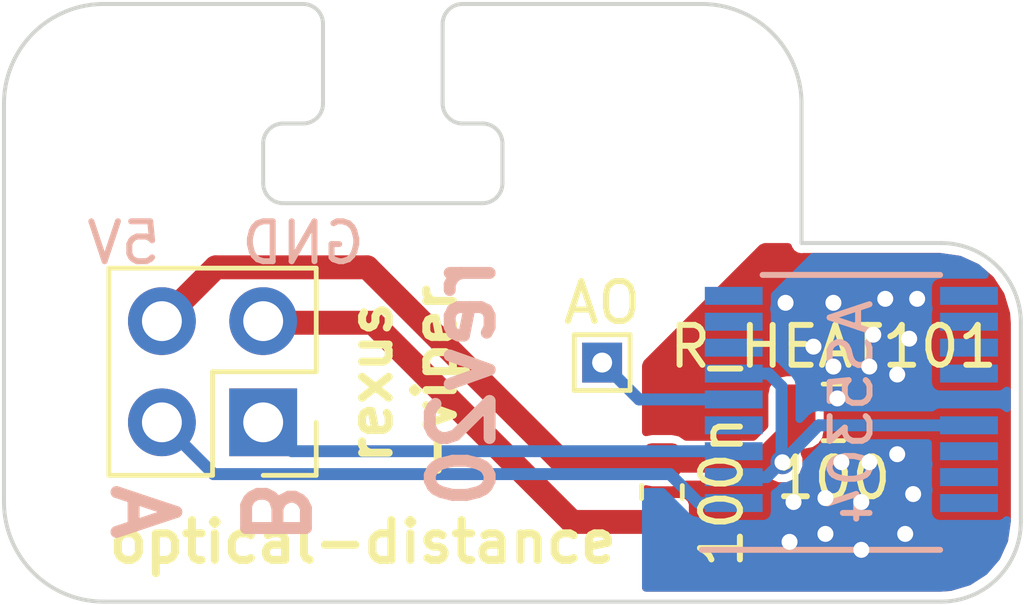
<source format=kicad_pcb>
(kicad_pcb (version 20171130) (host pcbnew 5.0.0-4.fc29)

  (general
    (thickness 1.6)
    (drawings 71)
    (tracks 60)
    (zones 0)
    (modules 7)
    (nets 17)
  )

  (page User 140.005 119.99)
  (title_block
    (title "Optical position sensor")
    (date 2018-12-12)
    (rev rev20)
    (company VIPER)
  )

  (layers
    (0 F.Cu signal)
    (31 B.Cu signal)
    (32 B.Adhes user)
    (33 F.Adhes user)
    (34 B.Paste user)
    (35 F.Paste user)
    (36 B.SilkS user)
    (37 F.SilkS user)
    (38 B.Mask user)
    (39 F.Mask user)
    (40 Dwgs.User user)
    (41 Cmts.User user)
    (42 Eco1.User user)
    (43 Eco2.User user)
    (44 Edge.Cuts user)
    (45 Margin user)
    (46 B.CrtYd user)
    (47 F.CrtYd user)
    (48 B.Fab user hide)
    (49 F.Fab user hide)
  )

  (setup
    (last_trace_width 0.3)
    (user_trace_width 0.3)
    (trace_clearance 0.2)
    (zone_clearance 0.2)
    (zone_45_only no)
    (trace_min 0.2)
    (segment_width 0.2)
    (edge_width 0.1)
    (via_size 0.6)
    (via_drill 0.4)
    (via_min_size 0.4)
    (via_min_drill 0.3)
    (uvia_size 0.3)
    (uvia_drill 0.1)
    (uvias_allowed no)
    (uvia_min_size 0.2)
    (uvia_min_drill 0.1)
    (pcb_text_width 0.3)
    (pcb_text_size 1.5 1.5)
    (mod_edge_width 0.15)
    (mod_text_size 1 1)
    (mod_text_width 0.15)
    (pad_size 2.2 3.4)
    (pad_drill 2.2)
    (pad_to_mask_clearance 0)
    (aux_axis_origin 0 0)
    (visible_elements 7FFFFF7F)
    (pcbplotparams
      (layerselection 0x010f0_80000001)
      (usegerberextensions true)
      (usegerberattributes false)
      (usegerberadvancedattributes false)
      (creategerberjobfile false)
      (excludeedgelayer true)
      (linewidth 0.100000)
      (plotframeref false)
      (viasonmask false)
      (mode 1)
      (useauxorigin false)
      (hpglpennumber 1)
      (hpglpenspeed 20)
      (hpglpendiameter 15.000000)
      (psnegative false)
      (psa4output false)
      (plotreference true)
      (plotvalue true)
      (plotinvisibletext false)
      (padsonsilk false)
      (subtractmaskfromsilk false)
      (outputformat 1)
      (mirror false)
      (drillshape 0)
      (scaleselection 1)
      (outputdirectory "gerber/"))
  )

  (net 0 "")
  (net 1 /A)
  (net 2 /B)
  (net 3 /AO)
  (net 4 +5V)
  (net 5 GND)
  (net 6 "Net-(U101-Pad5)")
  (net 7 "Net-(U101-Pad8)")
  (net 8 "Net-(U101-Pad9)")
  (net 9 "Net-(U101-Pad10)")
  (net 10 "Net-(U101-Pad11)")
  (net 11 "Net-(U101-Pad12)")
  (net 12 "Net-(U101-Pad13)")
  (net 13 "Net-(U101-Pad14)")
  (net 14 "Net-(U101-Pad17)")
  (net 15 "Net-(U101-Pad18)")
  (net 16 "Net-(U101-Pad19)")

  (net_class Default "This is the default net class."
    (clearance 0.2)
    (trace_width 0.6)
    (via_dia 0.6)
    (via_drill 0.4)
    (uvia_dia 0.3)
    (uvia_drill 0.1)
    (add_net +5V)
    (add_net /A)
    (add_net /AO)
    (add_net /B)
    (add_net GND)
    (add_net "Net-(U101-Pad10)")
    (add_net "Net-(U101-Pad11)")
    (add_net "Net-(U101-Pad12)")
    (add_net "Net-(U101-Pad13)")
    (add_net "Net-(U101-Pad14)")
    (add_net "Net-(U101-Pad17)")
    (add_net "Net-(U101-Pad18)")
    (add_net "Net-(U101-Pad19)")
    (add_net "Net-(U101-Pad5)")
    (add_net "Net-(U101-Pad8)")
    (add_net "Net-(U101-Pad9)")
  )

  (module Capacitor_SMD:C_0603_1608Metric (layer F.Cu) (tedit 5C393A5B) (tstamp 5C45CDA1)
    (at 101.5 46.25 270)
    (descr "Capacitor SMD 0603 (1608 Metric), square (rectangular) end terminal, IPC_7351 nominal, (Body size source: http://www.tortai-tech.com/upload/download/2011102023233369053.pdf), generated with kicad-footprint-generator")
    (tags capacitor)
    (path /5C396BE2)
    (attr smd)
    (fp_text reference C101 (at 0 -1.43 270) (layer F.SilkS) hide
      (effects (font (size 1 1) (thickness 0.15)))
    )
    (fp_text value 100n (at 0 -1.5 270) (layer F.SilkS)
      (effects (font (size 1 1) (thickness 0.15)))
    )
    (fp_line (start -0.8 0.4) (end -0.8 -0.4) (layer F.Fab) (width 0.1))
    (fp_line (start -0.8 -0.4) (end 0.8 -0.4) (layer F.Fab) (width 0.1))
    (fp_line (start 0.8 -0.4) (end 0.8 0.4) (layer F.Fab) (width 0.1))
    (fp_line (start 0.8 0.4) (end -0.8 0.4) (layer F.Fab) (width 0.1))
    (fp_line (start -0.162779 -0.51) (end 0.162779 -0.51) (layer F.SilkS) (width 0.12))
    (fp_line (start -0.162779 0.51) (end 0.162779 0.51) (layer F.SilkS) (width 0.12))
    (fp_line (start -1.48 0.73) (end -1.48 -0.73) (layer F.CrtYd) (width 0.05))
    (fp_line (start -1.48 -0.73) (end 1.48 -0.73) (layer F.CrtYd) (width 0.05))
    (fp_line (start 1.48 -0.73) (end 1.48 0.73) (layer F.CrtYd) (width 0.05))
    (fp_line (start 1.48 0.73) (end -1.48 0.73) (layer F.CrtYd) (width 0.05))
    (fp_text user %R (at 0 0 270) (layer F.Fab)
      (effects (font (size 0.4 0.4) (thickness 0.06)))
    )
    (pad 1 smd roundrect (at -0.7875 0 270) (size 0.875 0.95) (layers F.Cu F.Paste F.Mask) (roundrect_rratio 0.25)
      (net 4 +5V))
    (pad 2 smd roundrect (at 0.7875 0 270) (size 0.875 0.95) (layers F.Cu F.Paste F.Mask) (roundrect_rratio 0.25)
      (net 5 GND))
    (model ${KISYS3DMOD}/Capacitor_SMD.3dshapes/C_0603_1608Metric.wrl
      (at (xyz 0 0 0))
      (scale (xyz 1 1 1))
      (rotate (xyz 0 0 0))
    )
  )

  (module Connector_PinHeader_2.54mm:PinHeader_2x02_P2.54mm_Vertical (layer F.Cu) (tedit 5C3939C1) (tstamp 5C45CB0D)
    (at 91.5 44.5 180)
    (descr "Through hole straight pin header, 2x02, 2.54mm pitch, double rows")
    (tags "Through hole pin header THT 2x02 2.54mm double row")
    (path /5C394EE6)
    (fp_text reference J101 (at 1.27 -2.33 180) (layer F.SilkS) hide
      (effects (font (size 1 1) (thickness 0.15)))
    )
    (fp_text value Cable (at 1.27 4.87 180) (layer F.Fab)
      (effects (font (size 1 1) (thickness 0.15)))
    )
    (fp_line (start 0 -1.27) (end 3.81 -1.27) (layer F.Fab) (width 0.1))
    (fp_line (start 3.81 -1.27) (end 3.81 3.81) (layer F.Fab) (width 0.1))
    (fp_line (start 3.81 3.81) (end -1.27 3.81) (layer F.Fab) (width 0.1))
    (fp_line (start -1.27 3.81) (end -1.27 0) (layer F.Fab) (width 0.1))
    (fp_line (start -1.27 0) (end 0 -1.27) (layer F.Fab) (width 0.1))
    (fp_line (start -1.33 3.87) (end 3.87 3.87) (layer F.SilkS) (width 0.12))
    (fp_line (start -1.33 1.27) (end -1.33 3.87) (layer F.SilkS) (width 0.12))
    (fp_line (start 3.87 -1.33) (end 3.87 3.87) (layer F.SilkS) (width 0.12))
    (fp_line (start -1.33 1.27) (end 1.27 1.27) (layer F.SilkS) (width 0.12))
    (fp_line (start 1.27 1.27) (end 1.27 -1.33) (layer F.SilkS) (width 0.12))
    (fp_line (start 1.27 -1.33) (end 3.87 -1.33) (layer F.SilkS) (width 0.12))
    (fp_line (start -1.33 0) (end -1.33 -1.33) (layer F.SilkS) (width 0.12))
    (fp_line (start -1.33 -1.33) (end 0 -1.33) (layer F.SilkS) (width 0.12))
    (fp_line (start -1.8 -1.8) (end -1.8 4.35) (layer F.CrtYd) (width 0.05))
    (fp_line (start -1.8 4.35) (end 4.35 4.35) (layer F.CrtYd) (width 0.05))
    (fp_line (start 4.35 4.35) (end 4.35 -1.8) (layer F.CrtYd) (width 0.05))
    (fp_line (start 4.35 -1.8) (end -1.8 -1.8) (layer F.CrtYd) (width 0.05))
    (fp_text user %R (at 1.27 1.27 270) (layer F.Fab)
      (effects (font (size 1 1) (thickness 0.15)))
    )
    (pad 1 thru_hole rect (at 0 0 180) (size 1.7 1.7) (drill 1) (layers *.Cu *.Mask)
      (net 2 /B))
    (pad 2 thru_hole oval (at 2.54 0 180) (size 1.7 1.7) (drill 1) (layers *.Cu *.Mask)
      (net 1 /A))
    (pad 3 thru_hole oval (at 0 2.54 180) (size 1.7 1.7) (drill 1) (layers *.Cu *.Mask)
      (net 5 GND))
    (pad 4 thru_hole oval (at 2.54 2.54 180) (size 1.7 1.7) (drill 1) (layers *.Cu *.Mask)
      (net 4 +5V))
    (model ${KISYS3DMOD}/Connector_PinHeader_2.54mm.3dshapes/PinHeader_2x02_P2.54mm_Vertical.wrl
      (at (xyz 0 0 0))
      (scale (xyz 1 1 1))
      (rotate (xyz 0 0 0))
    )
  )

  (module MountingHole:MountingHole_2.2mm_M2 (layer F.Cu) (tedit 5C3939CA) (tstamp 5C45CAED)
    (at 99.5 37)
    (descr "Mounting Hole 2.2mm, no annular, M2")
    (tags "mounting hole 2.2mm no annular m2")
    (path /5C39724E)
    (attr virtual)
    (fp_text reference H102 (at 0 -3.2) (layer F.SilkS) hide
      (effects (font (size 1 1) (thickness 0.15)))
    )
    (fp_text value M2 (at 0 3.2) (layer F.Fab)
      (effects (font (size 1 1) (thickness 0.15)))
    )
    (fp_circle (center 0 0) (end 2.45 0) (layer F.CrtYd) (width 0.05))
    (fp_circle (center 0 0) (end 2.2 0) (layer Cmts.User) (width 0.15))
    (fp_text user %R (at 0.3 0) (layer F.Fab)
      (effects (font (size 1 1) (thickness 0.15)))
    )
    (pad 1 np_thru_hole circle (at 0 0) (size 2.2 2.2) (drill 2.2) (layers *.Cu *.Mask))
  )

  (module MountingHole:MountingHole_2.2mm_M2 (layer F.Cu) (tedit 5C3939C6) (tstamp 5C45CAE6)
    (at 89.5 37)
    (descr "Mounting Hole 2.2mm, no annular, M2")
    (tags "mounting hole 2.2mm no annular m2")
    (path /5C397208)
    (attr virtual)
    (fp_text reference H101 (at 0 -3.2) (layer F.SilkS) hide
      (effects (font (size 1 1) (thickness 0.15)))
    )
    (fp_text value M2 (at 0 3.2) (layer F.Fab)
      (effects (font (size 1 1) (thickness 0.15)))
    )
    (fp_text user %R (at 0.3 0) (layer F.Fab)
      (effects (font (size 1 1) (thickness 0.15)))
    )
    (fp_circle (center 0 0) (end 2.2 0) (layer Cmts.User) (width 0.15))
    (fp_circle (center 0 0) (end 2.45 0) (layer F.CrtYd) (width 0.05))
    (pad 1 np_thru_hole circle (at 0 0) (size 2.2 2.2) (drill 2.2) (layers *.Cu *.Mask))
  )

  (module Package_SO:TSSOP-20_4.4x6.5mm_P0.65mm (layer B.Cu) (tedit 5C393BF7) (tstamp 5C3B709B)
    (at 106.25 44.25)
    (descr "20-Lead Plastic Thin Shrink Small Outline (ST)-4.4 mm Body [TSSOP] (see Microchip Packaging Specification 00000049BS.pdf)")
    (tags "SSOP 0.65")
    (path /5C396EFE)
    (zone_connect 2)
    (attr smd)
    (fp_text reference U101 (at 0 4.3) (layer B.SilkS) hide
      (effects (font (size 1 1) (thickness 0.15)) (justify mirror))
    )
    (fp_text value AS5304 (at 0 0 90) (layer B.SilkS)
      (effects (font (size 1 1) (thickness 0.15)) (justify mirror))
    )
    (fp_line (start -1.2 3.25) (end 2.2 3.25) (layer B.Fab) (width 0.15))
    (fp_line (start 2.2 3.25) (end 2.2 -3.25) (layer B.Fab) (width 0.15))
    (fp_line (start 2.2 -3.25) (end -2.2 -3.25) (layer B.Fab) (width 0.15))
    (fp_line (start -2.2 -3.25) (end -2.2 2.25) (layer B.Fab) (width 0.15))
    (fp_line (start -2.2 2.25) (end -1.2 3.25) (layer B.Fab) (width 0.15))
    (fp_line (start -3.95 3.55) (end -3.95 -3.55) (layer B.CrtYd) (width 0.05))
    (fp_line (start 3.95 3.55) (end 3.95 -3.55) (layer B.CrtYd) (width 0.05))
    (fp_line (start -3.95 3.55) (end 3.95 3.55) (layer B.CrtYd) (width 0.05))
    (fp_line (start -3.95 -3.55) (end 3.95 -3.55) (layer B.CrtYd) (width 0.05))
    (fp_line (start -2.225 -3.45) (end 2.225 -3.45) (layer B.SilkS) (width 0.15))
    (fp_line (start -3.75 3.45) (end 2.225 3.45) (layer B.SilkS) (width 0.15))
    (fp_text user %R (at 0 0) (layer B.Fab) hide
      (effects (font (size 0.8 0.8) (thickness 0.15)) (justify mirror))
    )
    (pad 1 smd rect (at -2.95 2.925) (size 1.45 0.45) (layers B.Cu B.Paste B.Mask)
      (net 5 GND) (zone_connect 2))
    (pad 2 smd rect (at -2.95 2.275) (size 1.45 0.45) (layers B.Cu B.Paste B.Mask)
      (net 1 /A) (zone_connect 2))
    (pad 3 smd rect (at -2.95 1.625) (size 1.45 0.45) (layers B.Cu B.Paste B.Mask)
      (net 4 +5V) (zone_connect 2))
    (pad 4 smd rect (at -2.95 0.975) (size 1.45 0.45) (layers B.Cu B.Paste B.Mask)
      (net 2 /B) (zone_connect 2))
    (pad 5 smd rect (at -2.95 0.325) (size 1.45 0.45) (layers B.Cu B.Paste B.Mask)
      (net 6 "Net-(U101-Pad5)") (zone_connect 2))
    (pad 6 smd rect (at -2.95 -0.325) (size 1.45 0.45) (layers B.Cu B.Paste B.Mask)
      (net 3 /AO) (zone_connect 2))
    (pad 7 smd rect (at -2.95 -0.975) (size 1.45 0.45) (layers B.Cu B.Paste B.Mask)
      (net 4 +5V) (zone_connect 2))
    (pad 8 smd rect (at -2.95 -1.625) (size 1.45 0.45) (layers B.Cu B.Paste B.Mask)
      (net 7 "Net-(U101-Pad8)") (zone_connect 2))
    (pad 9 smd rect (at -2.95 -2.275) (size 1.45 0.45) (layers B.Cu B.Paste B.Mask)
      (net 8 "Net-(U101-Pad9)") (zone_connect 2))
    (pad 10 smd rect (at -2.95 -2.925) (size 1.45 0.45) (layers B.Cu B.Paste B.Mask)
      (net 9 "Net-(U101-Pad10)") (zone_connect 2))
    (pad 11 smd rect (at 2.95 -2.925) (size 1.45 0.45) (layers B.Cu B.Paste B.Mask)
      (net 10 "Net-(U101-Pad11)") (zone_connect 2))
    (pad 12 smd rect (at 2.95 -2.275) (size 1.45 0.45) (layers B.Cu B.Paste B.Mask)
      (net 11 "Net-(U101-Pad12)") (zone_connect 2))
    (pad 13 smd rect (at 2.95 -1.625) (size 1.45 0.45) (layers B.Cu B.Paste B.Mask)
      (net 12 "Net-(U101-Pad13)") (zone_connect 2))
    (pad 14 smd rect (at 2.95 -0.975) (size 1.45 0.45) (layers B.Cu B.Paste B.Mask)
      (net 13 "Net-(U101-Pad14)") (zone_connect 2))
    (pad 15 smd rect (at 2.95 -0.325) (size 1.45 0.45) (layers B.Cu B.Paste B.Mask)
      (net 5 GND) (zone_connect 2))
    (pad 16 smd rect (at 2.95 0.325) (size 1.45 0.45) (layers B.Cu B.Paste B.Mask)
      (net 4 +5V) (zone_connect 2))
    (pad 17 smd rect (at 2.95 0.975) (size 1.45 0.45) (layers B.Cu B.Paste B.Mask)
      (net 14 "Net-(U101-Pad17)") (zone_connect 2))
    (pad 18 smd rect (at 2.95 1.625) (size 1.45 0.45) (layers B.Cu B.Paste B.Mask)
      (net 15 "Net-(U101-Pad18)") (zone_connect 2))
    (pad 19 smd rect (at 2.95 2.275) (size 1.45 0.45) (layers B.Cu B.Paste B.Mask)
      (net 16 "Net-(U101-Pad19)") (zone_connect 2))
    (pad 20 smd rect (at 2.95 2.925) (size 1.45 0.45) (layers B.Cu B.Paste B.Mask)
      (net 5 GND) (zone_connect 2))
    (model ${KISYS3DMOD}/Package_SO.3dshapes/TSSOP-20_4.4x6.5mm_P0.65mm.wrl
      (at (xyz 0 0 0))
      (scale (xyz 1 1 1))
      (rotate (xyz 0 0 0))
    )
  )

  (module Resistor_SMD:R_0805_2012Metric (layer F.Cu) (tedit 5C393A6E) (tstamp 5C45CAC1)
    (at 105.8 44.25)
    (descr "Resistor SMD 0805 (2012 Metric), square (rectangular) end terminal, IPC_7351 nominal, (Body size source: https://docs.google.com/spreadsheets/d/1BsfQQcO9C6DZCsRaXUlFlo91Tg2WpOkGARC1WS5S8t0/edit?usp=sharing), generated with kicad-footprint-generator")
    (tags resistor)
    (path /5C395FC8)
    (zone_connect 2)
    (attr smd)
    (fp_text reference R_HEAT101 (at 0 -1.65) (layer F.SilkS)
      (effects (font (size 1 1) (thickness 0.15)))
    )
    (fp_text value 100 (at 0 1.65) (layer F.SilkS)
      (effects (font (size 1 1) (thickness 0.15)))
    )
    (fp_line (start -1 0.6) (end -1 -0.6) (layer F.Fab) (width 0.1))
    (fp_line (start -1 -0.6) (end 1 -0.6) (layer F.Fab) (width 0.1))
    (fp_line (start 1 -0.6) (end 1 0.6) (layer F.Fab) (width 0.1))
    (fp_line (start 1 0.6) (end -1 0.6) (layer F.Fab) (width 0.1))
    (fp_line (start -0.258578 -0.71) (end 0.258578 -0.71) (layer F.SilkS) (width 0.12))
    (fp_line (start -0.258578 0.71) (end 0.258578 0.71) (layer F.SilkS) (width 0.12))
    (fp_line (start -1.68 0.95) (end -1.68 -0.95) (layer F.CrtYd) (width 0.05))
    (fp_line (start -1.68 -0.95) (end 1.68 -0.95) (layer F.CrtYd) (width 0.05))
    (fp_line (start 1.68 -0.95) (end 1.68 0.95) (layer F.CrtYd) (width 0.05))
    (fp_line (start 1.68 0.95) (end -1.68 0.95) (layer F.CrtYd) (width 0.05))
    (fp_text user %R (at 0 0) (layer F.Fab)
      (effects (font (size 0.5 0.5) (thickness 0.08)))
    )
    (pad 1 smd roundrect (at -0.9375 0) (size 0.975 1.4) (layers F.Cu F.Paste F.Mask) (roundrect_rratio 0.25)
      (net 4 +5V) (zone_connect 2))
    (pad 2 smd roundrect (at 0.9375 0) (size 0.975 1.4) (layers F.Cu F.Paste F.Mask) (roundrect_rratio 0.25)
      (net 5 GND) (zone_connect 2))
    (model ${KISYS3DMOD}/Resistor_SMD.3dshapes/R_0805_2012Metric.wrl
      (at (xyz 0 0 0))
      (scale (xyz 1 1 1))
      (rotate (xyz 0 0 0))
    )
  )

  (module TestPoint:TestPoint_THTPad_1.0x1.0mm_Drill0.5mm (layer F.Cu) (tedit 5C393A66) (tstamp 5C45CAB0)
    (at 100 43)
    (descr "THT rectangular pad as test Point, square 1.0mm side length, hole diameter 0.5mm")
    (tags "test point THT pad rectangle square")
    (path /5C396CDC)
    (attr virtual)
    (fp_text reference TP101 (at 0 -1.448) (layer F.SilkS) hide
      (effects (font (size 1 1) (thickness 0.15)))
    )
    (fp_text value AO (at 0 -1.5) (layer F.SilkS)
      (effects (font (size 1 1) (thickness 0.15)))
    )
    (fp_text user %R (at 0 -1.45) (layer F.Fab)
      (effects (font (size 1 1) (thickness 0.15)))
    )
    (fp_line (start -0.7 -0.7) (end 0.7 -0.7) (layer F.SilkS) (width 0.12))
    (fp_line (start 0.7 -0.7) (end 0.7 0.7) (layer F.SilkS) (width 0.12))
    (fp_line (start 0.7 0.7) (end -0.7 0.7) (layer F.SilkS) (width 0.12))
    (fp_line (start -0.7 0.7) (end -0.7 -0.7) (layer F.SilkS) (width 0.12))
    (fp_line (start -1 -1) (end 1 -1) (layer F.CrtYd) (width 0.05))
    (fp_line (start -1 -1) (end -1 1) (layer F.CrtYd) (width 0.05))
    (fp_line (start 1 1) (end 1 -1) (layer F.CrtYd) (width 0.05))
    (fp_line (start 1 1) (end -1 1) (layer F.CrtYd) (width 0.05))
    (pad 1 thru_hole rect (at 0 0) (size 1 1) (drill 0.5) (layers *.Cu *.Mask)
      (net 3 /AO))
  )

  (gr_line (start 108.5 40) (end 105 40) (layer Cmts.User) (width 0.2))
  (gr_line (start 105 40) (end 105 36.5) (layer Cmts.User) (width 0.2))
  (gr_line (start 110.5 47) (end 110.5 42) (layer Cmts.User) (width 0.2))
  (gr_arc (start 108.5 42) (end 110.5 42) (angle -90) (layer Cmts.User) (width 0.2))
  (gr_circle (center 99.5 37) (end 100.6 37) (layer Cmts.User) (width 0.2))
  (gr_circle (center 89.5 37) (end 90.6 37) (layer Cmts.User) (width 0.2))
  (gr_line (start 107.32 47.5) (end 107.32 41) (layer Cmts.User) (width 0.2))
  (gr_line (start 109.5 47.5) (end 107.32 47.5) (layer Cmts.User) (width 0.2))
  (gr_line (start 109.5 41) (end 109.5 47.5) (layer Cmts.User) (width 0.2))
  (gr_line (start 107.32 41) (end 109.5 41) (layer Cmts.User) (width 0.2))
  (gr_line (start 106.3 41) (end 106.3 47.5) (layer Cmts.User) (width 0.2))
  (gr_line (start 103.1 41) (end 106.3 41) (layer Cmts.User) (width 0.2))
  (gr_line (start 103.1 47.5) (end 103.1 41) (layer Cmts.User) (width 0.2))
  (gr_line (start 106.3 47.5) (end 103.1 47.5) (layer Cmts.User) (width 0.2))
  (gr_line (start 85 36.5) (end 85 46.5) (layer Cmts.User) (width 0.2))
  (gr_arc (start 87.5 36.5) (end 87.5 34) (angle -90) (layer Cmts.User) (width 0.2))
  (gr_line (start 92.5 34) (end 87.5 34) (layer Cmts.User) (width 0.2))
  (gr_arc (start 92.5 34.5) (end 93 34.5) (angle -89.99999964) (layer Cmts.User) (width 0.2))
  (gr_line (start 93 36.5) (end 93 34.5) (layer Cmts.User) (width 0.2))
  (gr_arc (start 92.5 36.5) (end 92.5 37) (angle -89.99999964) (layer Cmts.User) (width 0.2))
  (gr_line (start 92 37) (end 92.5 37) (layer Cmts.User) (width 0.2))
  (gr_arc (start 92 37.5) (end 92 37) (angle -90) (layer Cmts.User) (width 0.2))
  (gr_line (start 91.5 38.5) (end 91.5 37.5) (layer Cmts.User) (width 0.2))
  (gr_arc (start 92 38.5) (end 91.5 38.5) (angle -90) (layer Cmts.User) (width 0.2))
  (gr_line (start 97 39) (end 92 39) (layer Cmts.User) (width 0.2))
  (gr_arc (start 97 38.5) (end 97 39) (angle -89.99999964) (layer Cmts.User) (width 0.2))
  (gr_line (start 97.5 37.5) (end 97.5 38.5) (layer Cmts.User) (width 0.2))
  (gr_arc (start 97 37.5) (end 97.5 37.5) (angle -89.99999964) (layer Cmts.User) (width 0.2))
  (gr_line (start 96.5 37) (end 97 37) (layer Cmts.User) (width 0.2))
  (gr_arc (start 96.5 36.5) (end 96 36.5) (angle -90) (layer Cmts.User) (width 0.2))
  (gr_line (start 96 34.5) (end 96 36.5) (layer Cmts.User) (width 0.2))
  (gr_arc (start 96.5 34.5) (end 96.5 34) (angle -90) (layer Cmts.User) (width 0.2))
  (gr_line (start 102.5 34) (end 96.5 34) (layer Cmts.User) (width 0.2))
  (gr_arc (start 102.5 36.5) (end 105 36.5) (angle -89.99999993) (layer Cmts.User) (width 0.2))
  (gr_arc (start 87.5 46.5) (end 85 46.5) (angle -90) (layer Cmts.User) (width 0.2))
  (gr_line (start 87.5 49) (end 108.5 49) (layer Cmts.User) (width 0.2))
  (gr_arc (start 108.5 47) (end 108.5 49) (angle -90) (layer Cmts.User) (width 0.2))
  (gr_text rev20 (at 96.5 43.5 90) (layer B.SilkS)
    (effects (font (size 1.5 1.5) (thickness 0.3)) (justify mirror))
  )
  (gr_text "rexus\n-viper" (at 95 43.5 90) (layer F.SilkS)
    (effects (font (size 1 1) (thickness 0.2)))
  )
  (gr_text optical-distance (at 94 47.5) (layer F.SilkS) (tstamp 59CC3B94)
    (effects (font (size 1 1) (thickness 0.2)))
  )
  (gr_text B (at 91.75 46.76 270) (layer B.SilkS)
    (effects (font (size 1.5 1.5) (thickness 0.3)) (justify mirror))
  )
  (gr_text A (at 88.5 46.75 270) (layer B.SilkS) (tstamp 5C45CBAE)
    (effects (font (size 1.5 1.5) (thickness 0.3)) (justify mirror))
  )
  (gr_arc (start 87.5 36.5) (end 85 36.5) (angle 90) (layer Edge.Cuts) (width 0.1))
  (gr_line (start 85 46.5) (end 85 36.5) (layer Edge.Cuts) (width 0.1))
  (gr_arc (start 87.5 46.5) (end 87.5 49) (angle 90) (layer Edge.Cuts) (width 0.1))
  (gr_line (start 105 36.5) (end 105 40) (layer Edge.Cuts) (width 0.1))
  (gr_arc (start 102.5 36.5) (end 105 36.5) (angle -90) (layer Edge.Cuts) (width 0.1))
  (gr_arc (start 108.5 42) (end 110.5 42) (angle -90) (layer Edge.Cuts) (width 0.1))
  (gr_arc (start 108.5 47) (end 108.5 49) (angle -90) (layer Edge.Cuts) (width 0.1))
  (gr_line (start 110.5 47) (end 110.5 42) (layer Edge.Cuts) (width 0.1))
  (gr_line (start 105 40) (end 108.5 40) (layer Edge.Cuts) (width 0.1))
  (gr_line (start 108.5 49) (end 87.5 49) (layer Edge.Cuts) (width 0.1))
  (gr_line (start 96.5 34) (end 102.5 34) (layer Edge.Cuts) (width 0.1))
  (gr_line (start 87.5 34) (end 92.5 34) (layer Edge.Cuts) (width 0.1))
  (gr_line (start 93 34.5) (end 93 36.5) (layer Edge.Cuts) (width 0.1))
  (gr_line (start 96 36.5) (end 96 34.5) (layer Edge.Cuts) (width 0.1))
  (gr_line (start 96.5 37) (end 97 37) (layer Edge.Cuts) (width 0.1))
  (gr_line (start 92 37) (end 92.5 37) (layer Edge.Cuts) (width 0.1))
  (gr_arc (start 92.5 34.5) (end 93 34.5) (angle -90) (layer Edge.Cuts) (width 0.1))
  (gr_arc (start 96.5 34.5) (end 96 34.5) (angle 90) (layer Edge.Cuts) (width 0.1))
  (gr_arc (start 96.5 36.5) (end 96.5 37) (angle 90) (layer Edge.Cuts) (width 0.1))
  (gr_arc (start 92.5 36.5) (end 92.5 37) (angle -90) (layer Edge.Cuts) (width 0.1))
  (gr_arc (start 97 37.5) (end 97.5 37.5) (angle -90) (layer Edge.Cuts) (width 0.1))
  (gr_arc (start 92 37.5) (end 91.5 37.5) (angle 90) (layer Edge.Cuts) (width 0.1))
  (gr_line (start 97.5 38.5) (end 97.5 37.5) (layer Edge.Cuts) (width 0.1))
  (gr_line (start 91.5 38.5) (end 91.5 37.5) (layer Edge.Cuts) (width 0.1))
  (gr_arc (start 97 38.5) (end 97 39) (angle -90) (layer Edge.Cuts) (width 0.1))
  (gr_arc (start 92 38.5) (end 92 39) (angle 90) (layer Edge.Cuts) (width 0.1))
  (gr_line (start 92 39) (end 97 39) (layer Edge.Cuts) (width 0.1))
  (gr_text GND (at 92.5 40) (layer B.SilkS)
    (effects (font (size 1 1) (thickness 0.15)) (justify mirror))
  )
  (gr_text 5V (at 88 40) (layer B.SilkS)
    (effects (font (size 1 1) (thickness 0.15)) (justify mirror))
  )

  (segment (start 90.26 45.8) (end 88.96 44.5) (width 0.3) (layer B.Cu) (net 1))
  (segment (start 101.7 45.8) (end 90.26 45.8) (width 0.3) (layer B.Cu) (net 1))
  (segment (start 103.3 46.525) (end 102.425 46.525) (width 0.3) (layer B.Cu) (net 1))
  (segment (start 102.425 46.525) (end 101.7 45.8) (width 0.3) (layer B.Cu) (net 1))
  (via (at 106 45.5) (size 0.6) (drill 0.4) (layers F.Cu B.Cu) (net 5))
  (via (at 106.7 45.5) (size 0.6) (drill 0.4) (layers F.Cu B.Cu) (net 5))
  (via (at 107.4 45.3) (size 0.6) (drill 0.4) (layers F.Cu B.Cu) (net 5))
  (via (at 107.4 43.3) (size 0.6) (drill 0.4) (layers F.Cu B.Cu) (net 5))
  (via (at 106.7 43.1) (size 0.6) (drill 0.4) (layers F.Cu B.Cu) (net 5))
  (via (at 107.8 46.3) (size 0.6) (drill 0.4) (layers F.Cu B.Cu) (net 5))
  (via (at 106.5 46.5) (size 0.6) (drill 0.4) (layers F.Cu B.Cu) (net 5))
  (via (at 105.6 46.4) (size 0.6) (drill 0.4) (layers F.Cu B.Cu) (net 5))
  (via (at 104.8 46.5) (size 0.6) (drill 0.4) (layers F.Cu B.Cu) (net 5))
  (via (at 107.7 42.4) (size 0.6) (drill 0.4) (layers F.Cu B.Cu) (net 5))
  (via (at 106.8 42.3) (size 0.6) (drill 0.4) (layers F.Cu B.Cu) (net 5))
  (via (at 105.3 42.6) (size 0.6) (drill 0.4) (layers F.Cu B.Cu) (net 5))
  (via (at 104.6 41.5) (size 0.6) (drill 0.4) (layers F.Cu B.Cu) (net 5))
  (via (at 105.8 41.5) (size 0.6) (drill 0.4) (layers F.Cu B.Cu) (net 5))
  (via (at 107.1 41.4) (size 0.6) (drill 0.4) (layers F.Cu B.Cu) (net 5))
  (via (at 107.9 41.4) (size 0.6) (drill 0.4) (layers F.Cu B.Cu) (net 5))
  (segment (start 101.775 45.225) (end 103.3 45.225) (width 0.3) (layer B.Cu) (net 2))
  (segment (start 91.5 44.5) (end 92.225 45.225) (width 0.3) (layer B.Cu) (net 2))
  (segment (start 92.225 45.225) (end 101.775 45.225) (width 0.3) (layer B.Cu) (net 2))
  (segment (start 102.275 43.925) (end 103.3 43.925) (width 0.3) (layer B.Cu) (net 3))
  (segment (start 100 43) (end 100.925 43.925) (width 0.3) (layer B.Cu) (net 3))
  (segment (start 100.925 43.925) (end 102.275 43.925) (width 0.3) (layer B.Cu) (net 3))
  (segment (start 90.310001 40.609999) (end 88.96 41.96) (width 0.6) (layer F.Cu) (net 4))
  (segment (start 94.110013 40.609999) (end 90.310001 40.609999) (width 0.6) (layer F.Cu) (net 4))
  (segment (start 105.425 44.575) (end 109.2 44.575) (width 0.3) (layer B.Cu) (net 4))
  (segment (start 103.3 45.875) (end 104.125 45.875) (width 0.3) (layer B.Cu) (net 4))
  (segment (start 104.125 45.875) (end 104.5 45.5) (width 0.3) (layer B.Cu) (net 4))
  (segment (start 104.5 43.6) (end 104.5 45.5) (width 0.3) (layer B.Cu) (net 4))
  (segment (start 103.3 43.275) (end 104.175 43.275) (width 0.3) (layer B.Cu) (net 4))
  (segment (start 104.175 43.275) (end 104.5 43.6) (width 0.3) (layer B.Cu) (net 4))
  (segment (start 98.962514 45.4625) (end 101.5 45.4625) (width 0.6) (layer F.Cu) (net 4))
  (segment (start 94.110013 40.609999) (end 98.962514 45.4625) (width 0.6) (layer F.Cu) (net 4))
  (via (at 104.522255 45.502342) (size 0.6) (drill 0.4) (layers F.Cu B.Cu) (net 4))
  (segment (start 104.519913 45.5) (end 104.522255 45.502342) (width 0.3) (layer B.Cu) (net 4))
  (segment (start 104.5 45.5) (end 104.522255 45.502342) (width 0.3) (layer B.Cu) (net 4))
  (segment (start 104.522255 45.502342) (end 105.425 44.575) (width 0.3) (layer B.Cu) (net 4))
  (segment (start 104.5 45.5) (end 104.519913 45.5) (width 0.3) (layer B.Cu) (net 4))
  (segment (start 104.482413 45.4625) (end 104.522255 45.502342) (width 0.3) (layer F.Cu) (net 4))
  (segment (start 101.5 45.4625) (end 104.482413 45.4625) (width 0.3) (layer F.Cu) (net 4))
  (segment (start 104.8625 44.6375) (end 104.8625 44.25) (width 0.6) (layer F.Cu) (net 4))
  (segment (start 101.5 45.4625) (end 104.0375 45.4625) (width 0.6) (layer F.Cu) (net 4))
  (segment (start 104.0375 45.4625) (end 104.8625 44.6375) (width 0.6) (layer F.Cu) (net 4))
  (segment (start 94.25 42) (end 91.54 42) (width 0.6) (layer F.Cu) (net 5))
  (segment (start 99.25 47) (end 94.25 42) (width 0.6) (layer F.Cu) (net 5))
  (segment (start 91.54 42) (end 91.5 41.96) (width 0.6) (layer F.Cu) (net 5))
  (segment (start 101.5 47.0375) (end 101.4625 47) (width 0.6) (layer F.Cu) (net 5))
  (segment (start 101.4625 47) (end 99.25 47) (width 0.6) (layer F.Cu) (net 5))
  (segment (start 106.7375 44.4625) (end 106.7375 44.25) (width 0.6) (layer F.Cu) (net 5))
  (via (at 105.9 43.9) (size 0.6) (drill 0.4) (layers F.Cu B.Cu) (net 5))
  (via (at 105.8 43.1) (size 0.6) (drill 0.4) (layers F.Cu B.Cu) (net 5))
  (via (at 104.7 47.5) (size 0.6) (drill 0.4) (layers F.Cu B.Cu) (net 5))
  (via (at 105.6 47.3) (size 0.6) (drill 0.4) (layers F.Cu B.Cu) (net 5))
  (via (at 106.5 47.7) (size 0.6) (drill 0.4) (layers F.Cu B.Cu) (net 5))
  (via (at 107.6 47.3) (size 0.6) (drill 0.4) (layers F.Cu B.Cu) (net 5))
  (segment (start 105.925 43.925) (end 105.9 43.9) (width 0.3) (layer B.Cu) (net 5))
  (segment (start 109.2 43.925) (end 105.925 43.925) (width 0.3) (layer B.Cu) (net 5))

  (zone (net 5) (net_name GND) (layer B.Cu) (tstamp 5C3B774A) (hatch edge 0.508)
    (connect_pads (clearance 0.2))
    (min_thickness 0.2)
    (fill yes (arc_segments 16) (thermal_gap 0.2) (thermal_bridge_width 0.4) (smoothing fillet) (radius 0.15))
    (polygon
      (pts
        (xy 101 44.5) (xy 105.5 40) (xy 110.5 40) (xy 110.5 49) (xy 101 49)
      )
    )
    (filled_polygon
      (pts
        (xy 108.169123 45.45) (xy 108.189015 45.55) (xy 108.169123 45.65) (xy 108.169123 46.1) (xy 108.189015 46.2)
        (xy 108.169123 46.3) (xy 108.169123 46.75) (xy 108.192407 46.867054) (xy 108.258712 46.966288) (xy 108.357946 47.032593)
        (xy 108.475 47.055877) (xy 109.925 47.055877) (xy 110.042054 47.032593) (xy 110.141288 46.966288) (xy 110.15 46.953249)
        (xy 110.15 46.975066) (xy 110.080252 47.462098) (xy 109.887037 47.88705) (xy 109.582324 48.240687) (xy 109.190597 48.494592)
        (xy 108.731767 48.631811) (xy 108.487007 48.65) (xy 101.1 48.65) (xy 101.1 46.25) (xy 101.513605 46.25)
        (xy 102.075461 46.811857) (xy 102.100568 46.849432) (xy 102.249419 46.948891) (xy 102.367966 46.972471) (xy 102.457946 47.032593)
        (xy 102.575 47.055877) (xy 104.025 47.055877) (xy 104.142054 47.032593) (xy 104.241288 46.966288) (xy 104.307593 46.867054)
        (xy 104.330877 46.75) (xy 104.330877 46.3) (xy 104.327128 46.281153) (xy 104.449432 46.199432) (xy 104.47454 46.161855)
        (xy 104.534053 46.102342) (xy 104.641602 46.102342) (xy 104.862128 46.010998) (xy 105.030911 45.842215) (xy 105.122255 45.621689)
        (xy 105.122255 45.531117) (xy 105.614948 45.025) (xy 108.169123 45.025)
      )
    )
    (filled_polygon
      (pts
        (xy 108.962097 40.419748) (xy 109.38705 40.612963) (xy 109.597296 40.794123) (xy 108.475 40.794123) (xy 108.357946 40.817407)
        (xy 108.258712 40.883712) (xy 108.192407 40.982946) (xy 108.169123 41.1) (xy 108.169123 41.55) (xy 108.189015 41.65)
        (xy 108.169123 41.75) (xy 108.169123 42.2) (xy 108.189015 42.3) (xy 108.169123 42.4) (xy 108.169123 42.85)
        (xy 108.189015 42.95) (xy 108.169123 43.05) (xy 108.169123 43.5) (xy 108.192407 43.617054) (xy 108.258712 43.716288)
        (xy 108.357946 43.782593) (xy 108.475 43.805877) (xy 109.925 43.805877) (xy 110.042054 43.782593) (xy 110.141288 43.716288)
        (xy 110.150001 43.703248) (xy 110.150001 44.146751) (xy 110.141288 44.133712) (xy 110.042054 44.067407) (xy 109.925 44.044123)
        (xy 108.475 44.044123) (xy 108.357946 44.067407) (xy 108.271751 44.125) (xy 105.466268 44.125) (xy 105.418834 44.116226)
        (xy 105.334291 44.134227) (xy 105.249419 44.151109) (xy 105.246807 44.152854) (xy 105.243737 44.153508) (xy 105.172489 44.202512)
        (xy 105.100568 44.250568) (xy 105.073766 44.290679) (xy 104.95 44.417818) (xy 104.95 43.644316) (xy 104.958815 43.599999)
        (xy 104.95 43.555683) (xy 104.95 43.555679) (xy 104.923891 43.424419) (xy 104.824432 43.275568) (xy 104.786858 43.250462)
        (xy 104.52454 42.988145) (xy 104.499432 42.950568) (xy 104.350581 42.851109) (xy 104.330877 42.84719) (xy 104.330877 42.4)
        (xy 104.310985 42.3) (xy 104.330877 42.2) (xy 104.330877 41.75) (xy 104.310985 41.65) (xy 104.330877 41.55)
        (xy 104.330877 41.310545) (xy 105.291422 40.35) (xy 108.475066 40.35)
      )
    )
  )
  (zone (net 5) (net_name GND) (layer F.Cu) (tstamp 5C3B7747) (hatch edge 0.508)
    (connect_pads (clearance 0.2))
    (min_thickness 0.2)
    (fill yes (arc_segments 16) (thermal_gap 0.2) (thermal_bridge_width 0.4) (smoothing fillet) (radius 0.15))
    (polygon
      (pts
        (xy 101 43) (xy 104 40) (xy 110.5 40) (xy 110.5 49) (xy 101 49)
      )
    )
    (filled_polygon
      (pts
        (xy 104.670308 40.136563) (xy 104.747665 40.252335) (xy 104.863437 40.329692) (xy 104.965532 40.35) (xy 104.965533 40.35)
        (xy 105 40.356856) (xy 105.034468 40.35) (xy 108.475066 40.35) (xy 108.962097 40.419748) (xy 109.38705 40.612963)
        (xy 109.74069 40.91768) (xy 109.994592 41.309402) (xy 110.131812 41.768237) (xy 110.150001 42.013006) (xy 110.15 46.975066)
        (xy 110.080252 47.462098) (xy 109.887037 47.88705) (xy 109.582324 48.240687) (xy 109.190597 48.494592) (xy 108.731767 48.631811)
        (xy 108.487007 48.65) (xy 101.1 48.65) (xy 101.1 47.775) (xy 101.325 47.775) (xy 101.4 47.7)
        (xy 101.4 47.1375) (xy 101.6 47.1375) (xy 101.6 47.7) (xy 101.675 47.775) (xy 102.034673 47.775)
        (xy 102.144936 47.729328) (xy 102.229328 47.644937) (xy 102.275 47.534674) (xy 102.275 47.2125) (xy 102.2 47.1375)
        (xy 101.6 47.1375) (xy 101.4 47.1375) (xy 101.38 47.1375) (xy 101.38 46.9375) (xy 101.4 46.9375)
        (xy 101.4 46.375) (xy 101.6 46.375) (xy 101.6 46.9375) (xy 102.2 46.9375) (xy 102.275 46.8625)
        (xy 102.275 46.540326) (xy 102.229328 46.430063) (xy 102.144936 46.345672) (xy 102.034673 46.3) (xy 101.675 46.3)
        (xy 101.6 46.375) (xy 101.4 46.375) (xy 101.325 46.3) (xy 101.1 46.3) (xy 101.1 46.177283)
        (xy 101.24375 46.205877) (xy 101.75625 46.205877) (xy 101.957016 46.165942) (xy 102.111827 46.0625) (xy 103.978414 46.0625)
        (xy 104.0375 46.074253) (xy 104.096586 46.0625) (xy 104.096591 46.0625) (xy 104.238549 46.034263) (xy 104.402908 46.102342)
        (xy 104.641602 46.102342) (xy 104.862128 46.010998) (xy 105.030911 45.842215) (xy 105.122255 45.621689) (xy 105.122255 45.382995)
        (xy 105.076352 45.272175) (xy 105.092651 45.255877) (xy 105.10625 45.255877) (xy 105.316583 45.214039) (xy 105.494895 45.094895)
        (xy 105.614039 44.916583) (xy 105.655877 44.70625) (xy 105.655877 43.79375) (xy 105.614039 43.583417) (xy 105.494895 43.405105)
        (xy 105.316583 43.285961) (xy 105.10625 43.244123) (xy 104.61875 43.244123) (xy 104.408417 43.285961) (xy 104.230105 43.405105)
        (xy 104.110961 43.583417) (xy 104.069123 43.79375) (xy 104.069123 44.582349) (xy 103.788973 44.8625) (xy 102.111827 44.8625)
        (xy 101.957016 44.759058) (xy 101.75625 44.719123) (xy 101.24375 44.719123) (xy 101.1 44.747717) (xy 101.1 43.082023)
        (xy 101.128709 43.012713) (xy 104.012713 40.128709) (xy 104.082023 40.1) (xy 104.663035 40.1)
      )
    )
  )
)

</source>
